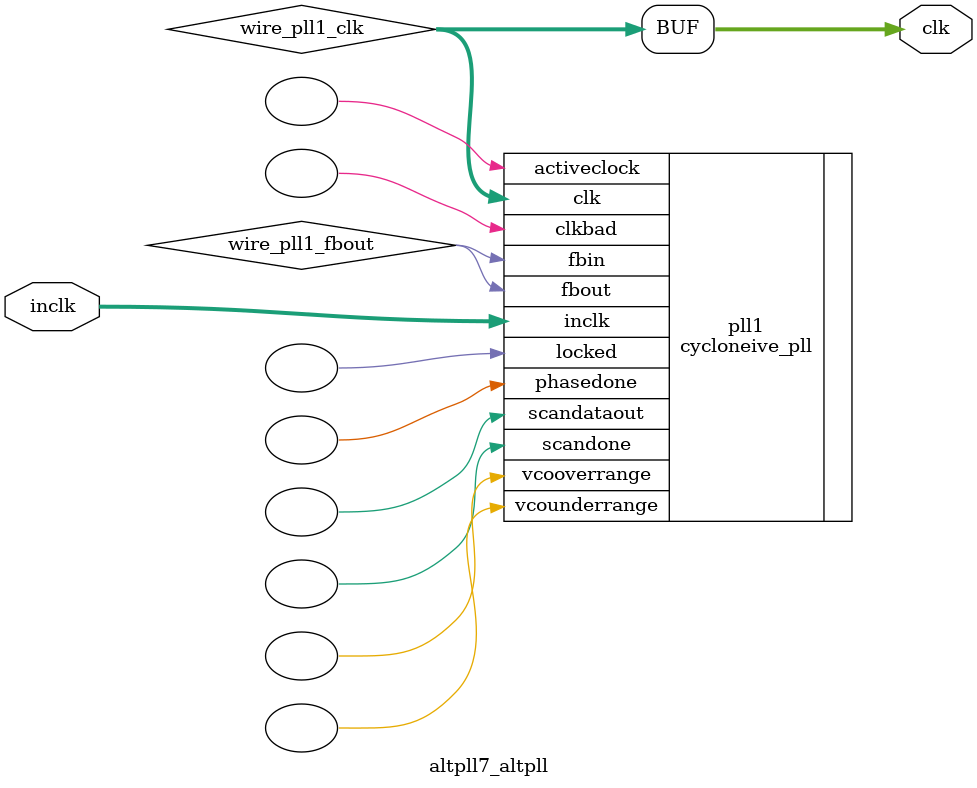
<source format=v>






//synthesis_resources = cycloneive_pll 1 
//synopsys translate_off
`timescale 1 ps / 1 ps
//synopsys translate_on
module  altpll7_altpll
	( 
	clk,
	inclk) /* synthesis synthesis_clearbox=1 */;
	output   [4:0]  clk;
	input   [1:0]  inclk;
`ifndef ALTERA_RESERVED_QIS
// synopsys translate_off
`endif
	tri0   [1:0]  inclk;
`ifndef ALTERA_RESERVED_QIS
// synopsys translate_on
`endif

	wire  [4:0]   wire_pll1_clk;
	wire  wire_pll1_fbout;

	cycloneive_pll   pll1
	( 
	.activeclock(),
	.clk(wire_pll1_clk),
	.clkbad(),
	.fbin(wire_pll1_fbout),
	.fbout(wire_pll1_fbout),
	.inclk(inclk),
	.locked(),
	.phasedone(),
	.scandataout(),
	.scandone(),
	.vcooverrange(),
	.vcounderrange()
	`ifndef FORMAL_VERIFICATION
	// synopsys translate_off
	`endif
	,
	.areset(1'b0),
	.clkswitch(1'b0),
	.configupdate(1'b0),
	.pfdena(1'b1),
	.phasecounterselect({3{1'b0}}),
	.phasestep(1'b0),
	.phaseupdown(1'b0),
	.scanclk(1'b0),
	.scanclkena(1'b1),
	.scandata(1'b0)
	`ifndef FORMAL_VERIFICATION
	// synopsys translate_on
	`endif
	);
	defparam
		pll1.bandwidth_type = "auto",
		pll1.clk0_divide_by = 1000,
		pll1.clk0_duty_cycle = 50,
		pll1.clk0_multiply_by = 1,
		pll1.clk0_phase_shift = "0",
		pll1.compensate_clock = "clk0",
		pll1.inclk0_input_frequency = 20000,
		pll1.operation_mode = "normal",
		pll1.pll_type = "auto",
		pll1.lpm_type = "cycloneive_pll";
	assign
		clk = {wire_pll1_clk[4:0]};
endmodule //altpll7_altpll
//VALID FILE

</source>
